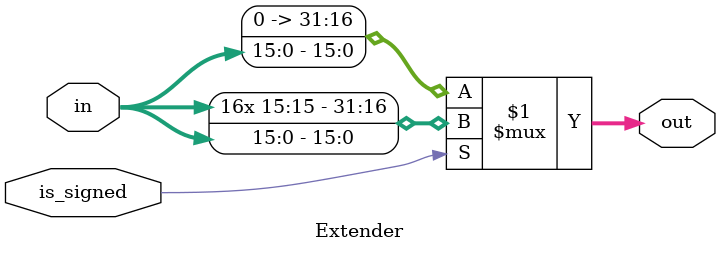
<source format=v>
`include "macro.v"
`timescale 1ns/1ps



module EX_stage (
    input CLK,
    input RST,
    //上级流水线交付内容，需及时保存
    input [31:0] src0,src1,src2,src3,
    input [31:0] PC1,PC2,
    input [31:0] imm1,imm2,
    input [1:0] PCSRC1,PCSRC2,                //00不更改PC，01使用beq（PC+ sigext(imm1) << 2），10使用j（pc高4位 拼接 26位target 拼接 00）
    input exsign1,exsign2,
    input [1:0] ALU1_SRCA,ALU1_SRCB,
    input [1:0] ALU2_SRCA,ALU2_SRCB,
                                        //SRCA1  01： 使用src0寄存器  00：使用32’b0                                 11:使用src_by_0
                                        //SRCB1  01： 使用src1寄存器  00：使用32’b0  10：使用sigext16(imm1)符号扩展  11:使用src_by_1
                                        //SRCA2  01： 使用src2寄存器  00：使用32’b0                                 11:使用src_by_2
                                        //SRCB2  01： 使用src3寄存器  00：使用32’b0  10：使用sigext16(imm2)符号扩展  11:使用src_by_3
    input [3:0] ALU_OP1,ALU_OP2,        //ALU OP定义见macro

    //旁路
    input [31:0] src_by_0,src_by_1,src_by_2,src_by_3,     //DM->ALU OR ALU->ALU 由外部决定
    //end

    //ex接受的逻辑电路控制信号
    //end

    //当前要实时向外输出的逻辑电路控制信号
    output reg set_PC,
    output reg [31:0] ex_PC,
    output reg clear_pipeline2,//如果beq/j在第1条流水线上，则要清空第2条流水线内容 实际上如果第一条是j，第二条就不应该进内容
    //end

    //向下级流水线交付内容 //后续支持也属于旁路 ALU->ALU
    output reg [31:0] ALU_out1,ALU_out2
    //end
);

    //内部保存流水线状态
    reg [31:0] src0_in,src1_in,src2_in,src3_in;
    reg [31:0] PC1_in,PC2_in;
    reg [31:0] imm1_in,imm2_in;
    reg [1:0] PCSRC1_in,PCSRC2_in;                
    reg exsign1_in,exsign2_in;
    reg [1:0] ALU1_SRCA_in,ALU1_SRCB_in;
    reg [1:0] ALU2_SRCA_in,ALU2_SRCB_in;
    reg [3:0] ALU_OP1_in,ALU_OP2_in;
    reg [31:0] src_by_0_in,src_by_1_in,src_by_2_in,src_by_3_in;

    
    wire [31:0] imm1_ext32 , imm2_ext32;
    reg [31:0] PC1_beq , PC1_j , PC2_beq , PC2_j;

    always @(*) begin
        PC1_beq <= PC1_in + (imm1_ext32 << 2) ;
        PC1_j   <= {PC1_in[31:28],imm1_ext32,2'b00};
        PC2_beq <= PC2_in + (imm2_ext32 << 2) ;
        PC2_j   <= {PC2_in[31:28],imm2_ext32,2'b00};
    end


    Extender    SigExt16_1(imm1_in[15:0],exsign1_in,imm1_ext32),
                SigExt16_2(imm2_in[15:0],exsign2_in,imm2_ext32);

    //需要处理ALU输入
    reg [31:0] ALU1_A,ALU1_B,ALU2_A,ALU2_B;
    wire [31:0] ALU1_F,ALU2_F;
    wire ZF1,CF1,OF1,SF1,PF1;
    wire ZF2,CF2,OF2,SF2,PF2;

    always @(*) begin
        case (ALU1_SRCA_in)
            2'b00: ALU1_A <= 0;
            2'b01: ALU1_A <= src0_in;
            2'b11: ALU1_A <= src_by_0_in;
            default: ALU1_A <= 32'bz;
        endcase
        case (ALU1_SRCB_in)
            2'b00: ALU1_B <= 0;
            2'b01: ALU1_B <= src1_in;
            2'b10: ALU1_B <= imm1_ext32;
            2'b11: ALU1_B <= src_by_1_in;
            default: ALU1_B <= 32'bz; 
        endcase
        case (ALU2_SRCA_in)
            2'b00: ALU2_A <= 0;
            2'b01: ALU2_A <= src2_in;
            2'b11: ALU2_A <= src_by_2_in;
            default:  ALU2_A <= 32'bz;
        endcase
        case (ALU2_SRCB_in)
            2'b00: ALU2_B <= 0;
            2'b01: ALU2_B <= src3_in;
            2'b10: ALU2_B <= imm2_ext32;
            2'b11: ALU2_B <= src_by_3_in;
            default: ALU2_B <= 32'bz; 
        endcase

        ALU_out1 <= ALU1_F;
        ALU_out2 <= ALU2_F;
    end

    ALU         ALU1(
                    .OP(ALU_OP1_in),
                    .A(ALU1_A),
                    .B(ALU1_B),
                    .F(ALU1_F),
                    .ZF(ZF1),
                    .CF(CF1),
                    .OF(OF1),
                    .SF(SF1),
                    .PF(PF1)   
                ),
                ALU2 (
                    .OP(ALU_OP2_in),
                    .A(ALU2_A),
                    .B(ALU2_B),
                    .F(ALU2_F),
                    .ZF(ZF2),
                    .CF(CF2),
                    .OF(OF2),
                    .SF(SF2),
                    .PF(PF2)   
                );    


    always @(posedge CLK) begin
    if (RST) begin
        // 当复位信号为高时，清零所有内部寄存器
        src0_in <= 32'b0;
        src1_in <= 32'b0;
        src2_in <= 32'b0;
        src3_in <= 32'b0;
        PC1_in <= 32'b0;
        PC2_in <= 32'b0;
        imm1_in <= 32'b0;
        imm2_in <= 32'b0;
        PCSRC1_in <= 1'b0;
        PCSRC2_in <= 1'b0;
        exsign1_in <= 1'b0;
        exsign2_in <= 1'b0;
        ALU1_SRCA_in <= 2'b00;
        ALU1_SRCB_in <= 2'b00;
        ALU2_SRCA_in <= 2'b00;
        ALU2_SRCB_in <= 2'b00;
        ALU_OP1_in <= 4'b0000;
        ALU_OP2_in <= 4'b0000;
        src_by_0_in <= 32'b0;
        src_by_1_in <= 32'b0;
        src_by_2_in <= 32'b0;
        src_by_3_in <= 32'b0;
    end else begin
        // 当复位信号为低时，将上级流水线的信号复制到内部寄存器
        src0_in <= src0;
        src1_in <= src1;
        src2_in <= src2;
        src3_in <= src3;
        PC1_in <= PC1;
        PC2_in <= PC2;
        imm1_in <= imm1;
        imm2_in <= imm2;
        PCSRC1_in <= PCSRC1;
        PCSRC2_in <= PCSRC2;
        exsign1_in <= exsign1;
        exsign2_in <= exsign2;
        ALU1_SRCA_in <= ALU1_SRCA;
        ALU1_SRCB_in <= ALU1_SRCB;
        ALU2_SRCA_in <= ALU2_SRCA;
        ALU2_SRCB_in <= ALU2_SRCB;
        ALU_OP1_in <= ALU_OP1;
        ALU_OP2_in <= ALU_OP2;
        src_by_0_in <= src_by_0;
        src_by_1_in <= src_by_1;
        src_by_2_in <= src_by_2;
        src_by_3_in <= src_by_3;
    end    
end

    always @(*) begin
        //处理控制逻辑 
        //暂时不考虑两条都是跳转的情况
        if( PCSRC1_in != 2'b00) begin
            //第一条是跳转
            case (PCSRC1_in)
                2'b01: begin
                    //beq
                    if(ZF1) begin
                        //zf 需要跳转
                        set_PC = 1'b1;
                        ex_PC = PC1_beq;
                        clear_pipeline2 = 1'b1;
                    end
                    else begin
                        // 不跳转
                        set_PC = 1'b0;
                        ex_PC = PC1_beq;
                        clear_pipeline2 = 1'b0;
                    end
                end
                2'b10: begin
                    //j 必然跳转
                    set_PC = 1'b1;
                    ex_PC = PC1_j;
                    clear_pipeline2 = 1'b1;
                end 
                default: begin
                    set_PC = 1'bz;
                    ex_PC =  32'bz;
                    clear_pipeline2 = 1'bz;
                end 
            endcase
        end
        else begin
            //第一条不是跳转
            clear_pipeline2 = 0;
            if( PCSRC2_in != 2'b00) begin
                //第二条是跳转
                case (PCSRC2_in)
                    2'b01: begin
                        //beq
                        if(ZF2) begin
                            //zf 需要跳转
                            set_PC = 1'b1;
                            ex_PC = PC2_beq;
                        end
                        else begin
                            // 不跳转
                            set_PC = 1'b0;
                            ex_PC = PC2_beq;
                        end
                    end
                    2'b10: begin
                        //j 必然跳转
                        set_PC = 1'b1;
                        ex_PC = PC2_j;
                    end 
                    default: begin
                        set_PC = 1'bz;
                        ex_PC =  32'bz;
                    end 
                endcase
            end
            else begin
                //第一第二条都不是跳转
                set_PC = 0 ;
                ex_PC = 0 ;
                clear_pipeline2 = 0;
            end
        end
        
       
    end




endmodule


module Extender #(
    parameter X_WIDTH = 16 // 输入位宽
) (
    input  wire [X_WIDTH-1:0] in,          // 输入
    input  wire        is_signed,          // 符号扩展
    output wire [31:0] out                 // 输出
);
    // 符号扩展或无符号扩展逻辑
    assign out = is_signed ? { {32-X_WIDTH{in[X_WIDTH-1]}}, in }  : { 16'b0, in };     // 符号扩展 与 无符号扩展
endmodule


</source>
